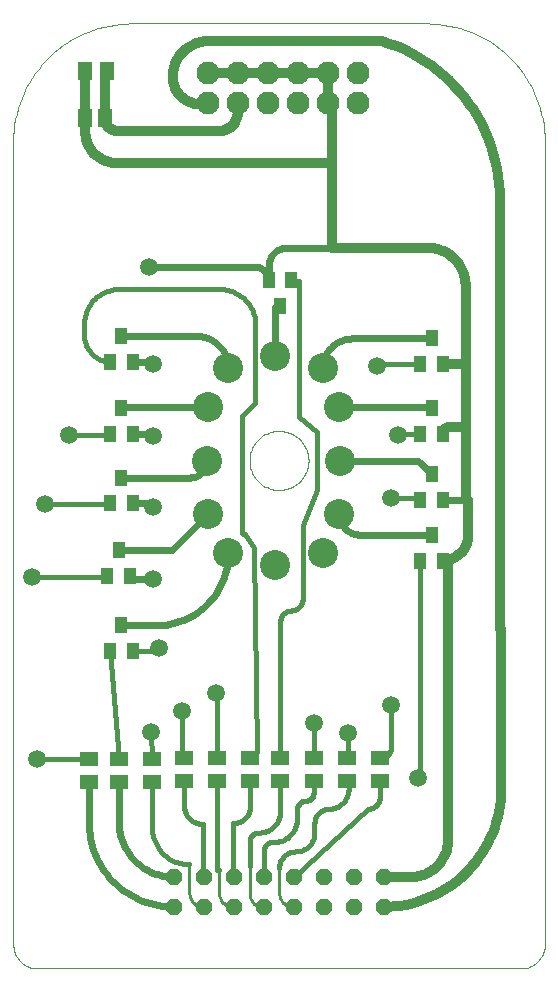
<source format=gtl>
G75*
G70*
%OFA0B0*%
%FSLAX24Y24*%
%IPPOS*%
%LPD*%
%AMOC8*
5,1,8,0,0,1.08239X$1,22.5*
%
%ADD10C,0.0000*%
%ADD11R,0.0630X0.0512*%
%ADD12OC8,0.0560*%
%ADD13R,0.0394X0.0551*%
%ADD14C,0.0768*%
%ADD15C,0.1000*%
%ADD16R,0.0512X0.0630*%
%ADD17R,0.0512X0.0591*%
%ADD18C,0.0240*%
%ADD19C,0.0160*%
%ADD20C,0.0591*%
%ADD21C,0.0100*%
%ADD22C,0.0320*%
D10*
X000100Y000887D02*
X000100Y027659D01*
X000104Y027846D01*
X000118Y028033D01*
X000140Y028219D01*
X000171Y028404D01*
X000211Y028587D01*
X000259Y028768D01*
X000317Y028947D01*
X000382Y029122D01*
X000456Y029294D01*
X000538Y029463D01*
X000627Y029628D01*
X000725Y029788D01*
X000830Y029943D01*
X000942Y030093D01*
X001062Y030237D01*
X001188Y030376D01*
X001320Y030508D01*
X001459Y030634D01*
X001603Y030754D01*
X001753Y030866D01*
X001908Y030971D01*
X002068Y031069D01*
X002233Y031158D01*
X002402Y031240D01*
X002574Y031314D01*
X002749Y031379D01*
X002928Y031437D01*
X003109Y031485D01*
X003292Y031525D01*
X003477Y031556D01*
X003663Y031578D01*
X003850Y031592D01*
X004037Y031596D01*
X013880Y031596D01*
X014067Y031592D01*
X014254Y031578D01*
X014440Y031556D01*
X014625Y031525D01*
X014808Y031485D01*
X014989Y031437D01*
X015168Y031379D01*
X015343Y031314D01*
X015515Y031240D01*
X015684Y031158D01*
X015848Y031069D01*
X016009Y030971D01*
X016164Y030866D01*
X016314Y030754D01*
X016458Y030634D01*
X016597Y030508D01*
X016729Y030376D01*
X016855Y030237D01*
X016975Y030093D01*
X017087Y029943D01*
X017192Y029788D01*
X017290Y029628D01*
X017379Y029463D01*
X017461Y029294D01*
X017535Y029122D01*
X017600Y028947D01*
X017658Y028768D01*
X017706Y028587D01*
X017746Y028404D01*
X017777Y028219D01*
X017799Y028033D01*
X017813Y027846D01*
X017817Y027659D01*
X017817Y000887D01*
X017816Y000887D02*
X017814Y000833D01*
X017809Y000780D01*
X017800Y000727D01*
X017787Y000675D01*
X017771Y000623D01*
X017751Y000573D01*
X017728Y000525D01*
X017701Y000478D01*
X017672Y000433D01*
X017639Y000390D01*
X017604Y000350D01*
X017566Y000312D01*
X017526Y000277D01*
X017483Y000244D01*
X017438Y000215D01*
X017391Y000188D01*
X017343Y000165D01*
X017293Y000145D01*
X017241Y000129D01*
X017189Y000116D01*
X017136Y000107D01*
X017083Y000102D01*
X017029Y000100D01*
X000887Y000100D01*
X000833Y000102D01*
X000780Y000107D01*
X000727Y000116D01*
X000675Y000129D01*
X000623Y000145D01*
X000573Y000165D01*
X000525Y000188D01*
X000478Y000215D01*
X000433Y000244D01*
X000390Y000277D01*
X000350Y000312D01*
X000312Y000350D01*
X000277Y000390D01*
X000244Y000433D01*
X000215Y000478D01*
X000188Y000525D01*
X000165Y000573D01*
X000145Y000623D01*
X000129Y000675D01*
X000116Y000727D01*
X000107Y000780D01*
X000102Y000833D01*
X000100Y000887D01*
X007974Y017029D02*
X007976Y017091D01*
X007982Y017154D01*
X007992Y017215D01*
X008006Y017276D01*
X008023Y017336D01*
X008044Y017395D01*
X008070Y017452D01*
X008098Y017507D01*
X008130Y017561D01*
X008166Y017612D01*
X008204Y017662D01*
X008246Y017708D01*
X008290Y017752D01*
X008338Y017793D01*
X008387Y017831D01*
X008439Y017865D01*
X008493Y017896D01*
X008549Y017924D01*
X008607Y017948D01*
X008666Y017969D01*
X008726Y017985D01*
X008787Y017998D01*
X008849Y018007D01*
X008911Y018012D01*
X008974Y018013D01*
X009036Y018010D01*
X009098Y018003D01*
X009160Y017992D01*
X009220Y017977D01*
X009280Y017959D01*
X009338Y017937D01*
X009395Y017911D01*
X009450Y017881D01*
X009503Y017848D01*
X009554Y017812D01*
X009602Y017773D01*
X009648Y017730D01*
X009691Y017685D01*
X009731Y017637D01*
X009768Y017587D01*
X009802Y017534D01*
X009833Y017480D01*
X009859Y017424D01*
X009883Y017366D01*
X009902Y017306D01*
X009918Y017246D01*
X009930Y017184D01*
X009938Y017123D01*
X009942Y017060D01*
X009942Y016998D01*
X009938Y016935D01*
X009930Y016874D01*
X009918Y016812D01*
X009902Y016752D01*
X009883Y016692D01*
X009859Y016634D01*
X009833Y016578D01*
X009802Y016524D01*
X009768Y016471D01*
X009731Y016421D01*
X009691Y016373D01*
X009648Y016328D01*
X009602Y016285D01*
X009554Y016246D01*
X009503Y016210D01*
X009450Y016177D01*
X009395Y016147D01*
X009338Y016121D01*
X009280Y016099D01*
X009220Y016081D01*
X009160Y016066D01*
X009098Y016055D01*
X009036Y016048D01*
X008974Y016045D01*
X008911Y016046D01*
X008849Y016051D01*
X008787Y016060D01*
X008726Y016073D01*
X008666Y016089D01*
X008607Y016110D01*
X008549Y016134D01*
X008493Y016162D01*
X008439Y016193D01*
X008387Y016227D01*
X008338Y016265D01*
X008290Y016306D01*
X008246Y016350D01*
X008204Y016396D01*
X008166Y016446D01*
X008130Y016497D01*
X008098Y016551D01*
X008070Y016606D01*
X008044Y016663D01*
X008023Y016722D01*
X008006Y016782D01*
X007992Y016843D01*
X007982Y016904D01*
X007976Y016967D01*
X007974Y017029D01*
D11*
X007994Y007108D03*
X007994Y006360D03*
X009002Y006360D03*
X009002Y007108D03*
X010108Y007108D03*
X010108Y006360D03*
X011214Y006360D03*
X011214Y007108D03*
X012320Y007108D03*
X012320Y006360D03*
X006887Y006360D03*
X006887Y007108D03*
X005781Y007108D03*
X005781Y006360D03*
X004722Y006324D03*
X004722Y007072D03*
X003616Y007072D03*
X003616Y006324D03*
X002616Y006324D03*
X002616Y007072D03*
D12*
X005443Y003151D03*
X005443Y002151D03*
X006443Y002151D03*
X006443Y003151D03*
X007443Y003151D03*
X007443Y002151D03*
X008443Y002151D03*
X008443Y003151D03*
X009443Y003151D03*
X009443Y002151D03*
X010443Y002151D03*
X010443Y003151D03*
X011443Y003151D03*
X011443Y002151D03*
X012443Y002151D03*
X012443Y003151D03*
D13*
X013667Y013691D03*
X014041Y014557D03*
X014415Y013691D03*
X014415Y015706D03*
X014041Y016572D03*
X013667Y015706D03*
X013667Y017919D03*
X014041Y018785D03*
X014415Y017919D03*
X014415Y020230D03*
X014041Y021096D03*
X013667Y020230D03*
X009368Y023033D03*
X008994Y022167D03*
X008620Y023033D03*
X004080Y020324D03*
X003706Y021191D03*
X003332Y020324D03*
X003706Y018777D03*
X003332Y017911D03*
X004080Y017911D03*
X003706Y016462D03*
X003332Y015596D03*
X004080Y015596D03*
X003608Y014049D03*
X003982Y013183D03*
X003234Y013183D03*
X003706Y011537D03*
X003332Y010671D03*
X004080Y010671D03*
D14*
X006584Y028939D03*
X006584Y029939D03*
X007584Y029939D03*
X007584Y028939D03*
X008584Y028939D03*
X008584Y029939D03*
X009584Y029939D03*
X009584Y028939D03*
X010584Y028939D03*
X010584Y029939D03*
X011584Y029939D03*
X011584Y028939D03*
D15*
X008833Y020501D03*
X007258Y020107D03*
X006596Y018801D03*
X006546Y017029D03*
X006596Y015257D03*
X007258Y013951D03*
X008833Y013558D03*
X010408Y013951D03*
X010945Y015257D03*
X010995Y017029D03*
X010945Y018801D03*
X010408Y020107D03*
D16*
X003230Y030021D03*
X002482Y030021D03*
D17*
X002482Y028446D03*
X003151Y028446D03*
D18*
X004628Y023486D02*
X008167Y023486D01*
X008209Y023484D01*
X008250Y023478D01*
X008291Y023469D01*
X008331Y023455D01*
X008369Y023439D01*
X008405Y023418D01*
X008440Y023395D01*
X008472Y023368D01*
X008502Y023338D01*
X008529Y023306D01*
X008552Y023271D01*
X008573Y023235D01*
X008589Y023197D01*
X008603Y023157D01*
X008612Y023116D01*
X008618Y023075D01*
X008620Y023033D01*
X008620Y023541D01*
X008619Y023541D02*
X008621Y023586D01*
X008626Y023631D01*
X008635Y023675D01*
X008647Y023719D01*
X008663Y023761D01*
X008682Y023802D01*
X008704Y023841D01*
X008729Y023879D01*
X008757Y023914D01*
X008787Y023948D01*
X008821Y023978D01*
X008856Y024006D01*
X008894Y024031D01*
X008933Y024053D01*
X008974Y024072D01*
X009016Y024088D01*
X009060Y024100D01*
X009104Y024109D01*
X009149Y024114D01*
X009194Y024116D01*
X010730Y024116D01*
X008975Y022148D02*
X008833Y022148D01*
X008833Y020501D01*
X010945Y018801D02*
X014025Y018801D01*
X014031Y018800D01*
X014036Y018796D01*
X014040Y018791D01*
X014041Y018785D01*
X014415Y017919D02*
X014446Y017919D01*
X013584Y017029D02*
X014013Y016600D01*
X013584Y017029D02*
X010995Y017029D01*
X010945Y015257D02*
X010947Y015207D01*
X010952Y015157D01*
X010961Y015108D01*
X010973Y015060D01*
X010989Y015012D01*
X011008Y014966D01*
X011031Y014921D01*
X011056Y014878D01*
X011085Y014837D01*
X011116Y014798D01*
X011150Y014761D01*
X011187Y014727D01*
X011226Y014696D01*
X011267Y014667D01*
X011310Y014642D01*
X011355Y014619D01*
X011401Y014600D01*
X011449Y014584D01*
X011497Y014572D01*
X011546Y014563D01*
X011596Y014558D01*
X011646Y014556D01*
X011646Y014557D02*
X014041Y014557D01*
X014415Y013691D02*
X014417Y013679D01*
X014421Y013668D01*
X014429Y013658D01*
X014439Y013650D01*
X014450Y013646D01*
X014462Y013644D01*
X014462Y013643D02*
X014588Y013643D01*
X014415Y015706D02*
X015257Y015706D01*
X014041Y021096D02*
X011397Y021096D01*
X011335Y021094D01*
X011273Y021088D01*
X011212Y021078D01*
X011151Y021065D01*
X011091Y021048D01*
X011033Y021027D01*
X010976Y021002D01*
X010921Y020974D01*
X010867Y020942D01*
X010816Y020907D01*
X010767Y020869D01*
X010720Y020828D01*
X010676Y020784D01*
X010635Y020737D01*
X010597Y020688D01*
X010562Y020637D01*
X010530Y020583D01*
X010502Y020528D01*
X010477Y020471D01*
X010456Y020413D01*
X010439Y020353D01*
X010426Y020292D01*
X010416Y020231D01*
X010410Y020169D01*
X010408Y020107D01*
X006596Y018801D02*
X003730Y018801D01*
X003723Y018800D01*
X003716Y018796D01*
X003711Y018791D01*
X003707Y018784D01*
X003706Y018777D01*
X004080Y017911D02*
X004691Y017911D01*
X004703Y017910D01*
X004715Y017906D01*
X004725Y017899D01*
X004734Y017890D01*
X004741Y017880D01*
X004745Y017868D01*
X004746Y017856D01*
X003706Y016462D02*
X005979Y016462D01*
X006026Y016464D01*
X006072Y016470D01*
X006118Y016479D01*
X006163Y016493D01*
X006207Y016510D01*
X006249Y016530D01*
X006289Y016554D01*
X006327Y016582D01*
X006363Y016612D01*
X006396Y016645D01*
X006426Y016681D01*
X006454Y016719D01*
X006478Y016759D01*
X006498Y016801D01*
X006515Y016845D01*
X006529Y016890D01*
X006538Y016936D01*
X006544Y016982D01*
X006546Y017029D01*
X006596Y015257D02*
X005387Y014049D01*
X003608Y014049D01*
X003981Y013183D02*
X003983Y013165D01*
X003988Y013148D01*
X003996Y013132D01*
X004008Y013119D01*
X004021Y013107D01*
X004037Y013099D01*
X004054Y013094D01*
X004072Y013092D01*
X004746Y013092D01*
X004844Y011537D02*
X004959Y011540D01*
X005073Y011548D01*
X005188Y011562D01*
X005301Y011581D01*
X005413Y011605D01*
X005524Y011635D01*
X005634Y011670D01*
X005741Y011710D01*
X005847Y011755D01*
X005950Y011805D01*
X006051Y011860D01*
X006149Y011920D01*
X006244Y011985D01*
X006336Y012053D01*
X006425Y012127D01*
X006510Y012204D01*
X006591Y012285D01*
X006668Y012370D01*
X006742Y012459D01*
X006810Y012551D01*
X006875Y012646D01*
X006935Y012744D01*
X006990Y012845D01*
X007040Y012948D01*
X007085Y013054D01*
X007125Y013161D01*
X007160Y013271D01*
X007190Y013382D01*
X007214Y013494D01*
X007233Y013607D01*
X007247Y013722D01*
X007255Y013836D01*
X007258Y013951D01*
X004844Y011537D02*
X003706Y011537D01*
X004745Y015494D02*
X004743Y015512D01*
X004739Y015529D01*
X004731Y015545D01*
X004721Y015560D01*
X004709Y015572D01*
X004694Y015582D01*
X004678Y015590D01*
X004661Y015594D01*
X004643Y015596D01*
X004080Y015596D01*
X004746Y020257D02*
X004744Y020272D01*
X004739Y020286D01*
X004731Y020299D01*
X004721Y020309D01*
X004708Y020317D01*
X004694Y020322D01*
X004679Y020324D01*
X004080Y020324D01*
X003706Y021191D02*
X006175Y021191D01*
X006238Y021189D01*
X006301Y021184D01*
X006363Y021175D01*
X006425Y021162D01*
X006486Y021145D01*
X006546Y021126D01*
X006604Y021102D01*
X006661Y021076D01*
X006717Y021046D01*
X006771Y021013D01*
X006822Y020977D01*
X006872Y020937D01*
X006919Y020895D01*
X006963Y020851D01*
X007005Y020804D01*
X007045Y020754D01*
X007081Y020703D01*
X007114Y020649D01*
X007144Y020593D01*
X007170Y020536D01*
X007194Y020478D01*
X007213Y020418D01*
X007230Y020357D01*
X007243Y020295D01*
X007252Y020233D01*
X007257Y020170D01*
X007259Y020107D01*
X003616Y006324D02*
X003616Y004978D01*
X002616Y004978D02*
X002616Y006324D01*
X002616Y004978D02*
X002619Y004843D01*
X002629Y004709D01*
X002645Y004576D01*
X002667Y004443D01*
X002696Y004312D01*
X002731Y004182D01*
X002771Y004053D01*
X002819Y003927D01*
X002871Y003804D01*
X002930Y003683D01*
X002995Y003565D01*
X003065Y003450D01*
X003140Y003338D01*
X003221Y003230D01*
X003306Y003127D01*
X003397Y003027D01*
X003492Y002932D01*
X003592Y002841D01*
X003695Y002756D01*
X003803Y002675D01*
X003915Y002600D01*
X004029Y002530D01*
X004148Y002465D01*
X004269Y002406D01*
X004392Y002354D01*
X004518Y002306D01*
X004647Y002266D01*
X004777Y002231D01*
X004908Y002202D01*
X005041Y002180D01*
X005174Y002164D01*
X005308Y002154D01*
X005443Y002151D01*
X005443Y003151D02*
X005353Y003153D01*
X005264Y003160D01*
X005175Y003171D01*
X005087Y003186D01*
X004999Y003206D01*
X004913Y003230D01*
X004828Y003258D01*
X004744Y003290D01*
X004662Y003326D01*
X004582Y003367D01*
X004504Y003411D01*
X004428Y003459D01*
X004355Y003511D01*
X004284Y003566D01*
X004216Y003624D01*
X004151Y003686D01*
X004089Y003751D01*
X004031Y003819D01*
X003976Y003890D01*
X003924Y003963D01*
X003876Y004039D01*
X003832Y004117D01*
X003791Y004197D01*
X003755Y004279D01*
X003723Y004363D01*
X003695Y004448D01*
X003671Y004534D01*
X003651Y004622D01*
X003636Y004710D01*
X003625Y004799D01*
X003618Y004888D01*
X003616Y004978D01*
D19*
X004722Y004809D02*
X004722Y006324D01*
X004722Y007072D02*
X004706Y007974D01*
X005730Y008683D02*
X005730Y007159D01*
X005732Y007146D01*
X005737Y007134D01*
X005745Y007123D01*
X005756Y007115D01*
X005768Y007110D01*
X005781Y007108D01*
X005781Y006360D02*
X005781Y005561D01*
X004722Y004809D02*
X004724Y004739D01*
X004730Y004670D01*
X004740Y004601D01*
X004753Y004532D01*
X004771Y004465D01*
X004792Y004398D01*
X004817Y004333D01*
X004845Y004269D01*
X004877Y004207D01*
X004913Y004147D01*
X004951Y004089D01*
X004993Y004033D01*
X005038Y003980D01*
X005086Y003929D01*
X005137Y003881D01*
X005190Y003836D01*
X005246Y003794D01*
X005304Y003756D01*
X005364Y003720D01*
X005426Y003688D01*
X005490Y003660D01*
X005555Y003635D01*
X005622Y003614D01*
X005689Y003596D01*
X005758Y003583D01*
X005827Y003573D01*
X005896Y003567D01*
X005966Y003565D01*
X006439Y003155D02*
X006439Y004903D01*
X006439Y004904D02*
X006390Y004906D01*
X006341Y004911D01*
X006293Y004920D01*
X006245Y004933D01*
X006199Y004949D01*
X006154Y004969D01*
X006110Y004992D01*
X006069Y005018D01*
X006029Y005047D01*
X005992Y005079D01*
X005957Y005114D01*
X005925Y005151D01*
X005896Y005191D01*
X005870Y005233D01*
X005847Y005276D01*
X005827Y005321D01*
X005811Y005367D01*
X005798Y005415D01*
X005789Y005463D01*
X005784Y005512D01*
X005782Y005561D01*
X006887Y006360D02*
X006887Y003431D01*
X006889Y003417D01*
X006893Y003404D01*
X006901Y003392D01*
X006911Y003382D01*
X006923Y003374D01*
X006936Y003370D01*
X006950Y003368D01*
X007423Y003171D02*
X007423Y004943D01*
X007423Y004942D02*
X007468Y004944D01*
X007512Y004949D01*
X007556Y004958D01*
X007599Y004970D01*
X007642Y004985D01*
X007682Y005004D01*
X007721Y005026D01*
X007759Y005051D01*
X007794Y005079D01*
X007827Y005109D01*
X007857Y005142D01*
X007885Y005177D01*
X007910Y005215D01*
X007932Y005254D01*
X007951Y005294D01*
X007966Y005337D01*
X007978Y005380D01*
X007987Y005424D01*
X007992Y005468D01*
X007994Y005513D01*
X007994Y006360D01*
X007994Y007107D02*
X008022Y007109D01*
X008050Y007114D01*
X008077Y007124D01*
X008103Y007136D01*
X008126Y007152D01*
X008147Y007171D01*
X008166Y007192D01*
X008182Y007216D01*
X008194Y007241D01*
X008204Y007268D01*
X008209Y007296D01*
X008211Y007324D01*
X008210Y007324D02*
X008131Y014116D01*
X007817Y014588D01*
X007803Y014585D01*
X007789Y014585D01*
X007776Y014589D01*
X007763Y014595D01*
X007753Y014604D01*
X007744Y014615D01*
X007738Y014627D01*
X007738Y014628D02*
X007738Y018525D01*
X008171Y018958D01*
X008171Y021557D01*
X008975Y022148D02*
X008976Y022155D01*
X008981Y022161D01*
X008987Y022166D01*
X008994Y022167D01*
X009387Y023013D02*
X009368Y023033D01*
X009387Y023013D02*
X009628Y023013D01*
X009628Y018486D01*
X010218Y017974D01*
X010218Y016045D01*
X009746Y014864D01*
X009746Y012423D01*
X009744Y012384D01*
X009738Y012346D01*
X009729Y012309D01*
X009716Y012272D01*
X009699Y012237D01*
X009680Y012204D01*
X009657Y012173D01*
X009631Y012144D01*
X009602Y012118D01*
X009571Y012095D01*
X009538Y012076D01*
X009503Y012059D01*
X009466Y012046D01*
X009429Y012037D01*
X009391Y012031D01*
X009352Y012029D01*
X009315Y012027D01*
X009279Y012021D01*
X009244Y012012D01*
X009210Y011999D01*
X009177Y011982D01*
X009146Y011962D01*
X009118Y011939D01*
X009092Y011913D01*
X009069Y011885D01*
X009049Y011854D01*
X009032Y011821D01*
X009019Y011787D01*
X009010Y011752D01*
X009004Y011716D01*
X009002Y011679D01*
X009002Y007108D01*
X009002Y006360D02*
X009002Y005340D01*
X009549Y005061D02*
X009547Y005008D01*
X009541Y004955D01*
X009532Y004902D01*
X009519Y004850D01*
X009502Y004800D01*
X009481Y004750D01*
X009458Y004703D01*
X009430Y004657D01*
X009400Y004613D01*
X009366Y004571D01*
X009330Y004532D01*
X009291Y004496D01*
X009249Y004462D01*
X009205Y004432D01*
X009159Y004404D01*
X009112Y004381D01*
X009062Y004360D01*
X009012Y004343D01*
X008960Y004330D01*
X008907Y004321D01*
X008854Y004315D01*
X008801Y004313D01*
X008761Y004313D01*
X008728Y004311D01*
X008695Y004306D01*
X008662Y004297D01*
X008631Y004285D01*
X008602Y004270D01*
X008573Y004252D01*
X008548Y004231D01*
X008524Y004207D01*
X008503Y004182D01*
X008485Y004154D01*
X008470Y004124D01*
X008458Y004093D01*
X008449Y004060D01*
X008444Y004027D01*
X008442Y003994D01*
X008443Y003994D02*
X008443Y003151D01*
X007974Y003525D02*
X007974Y004352D01*
X007978Y004385D01*
X007985Y004417D01*
X007997Y004448D01*
X008011Y004478D01*
X008029Y004506D01*
X008050Y004532D01*
X008074Y004555D01*
X008100Y004575D01*
X008129Y004593D01*
X008159Y004607D01*
X008190Y004617D01*
X008222Y004624D01*
X008255Y004628D01*
X008289Y004627D01*
X008340Y004629D01*
X008390Y004634D01*
X008441Y004643D01*
X008490Y004656D01*
X008538Y004672D01*
X008585Y004691D01*
X008631Y004714D01*
X008674Y004740D01*
X008716Y004769D01*
X008756Y004801D01*
X008793Y004836D01*
X008828Y004873D01*
X008860Y004913D01*
X008889Y004955D01*
X008915Y004998D01*
X008938Y005044D01*
X008957Y005091D01*
X008973Y005139D01*
X008986Y005188D01*
X008995Y005239D01*
X009000Y005289D01*
X009002Y005340D01*
X009549Y005376D02*
X009549Y005061D01*
X010139Y004628D02*
X010137Y004579D01*
X010131Y004529D01*
X010122Y004481D01*
X010108Y004433D01*
X010091Y004387D01*
X010070Y004342D01*
X010046Y004299D01*
X010019Y004258D01*
X009988Y004219D01*
X009954Y004183D01*
X009918Y004149D01*
X009879Y004118D01*
X009838Y004091D01*
X009795Y004067D01*
X009750Y004046D01*
X009704Y004029D01*
X009656Y004015D01*
X009608Y004006D01*
X009558Y004000D01*
X009509Y003998D01*
X009509Y003997D02*
X009463Y003995D01*
X009418Y003989D01*
X009374Y003980D01*
X009330Y003967D01*
X009288Y003951D01*
X009247Y003931D01*
X009208Y003907D01*
X009171Y003881D01*
X009136Y003851D01*
X009104Y003819D01*
X009074Y003784D01*
X009048Y003747D01*
X009024Y003708D01*
X009004Y003667D01*
X008988Y003625D01*
X008975Y003581D01*
X008966Y003537D01*
X008960Y003492D01*
X008958Y003446D01*
X009443Y003151D02*
X011911Y005415D01*
X011949Y005417D01*
X011986Y005422D01*
X012023Y005431D01*
X012059Y005443D01*
X012093Y005458D01*
X012126Y005476D01*
X012157Y005498D01*
X012187Y005522D01*
X012213Y005548D01*
X012237Y005578D01*
X012259Y005609D01*
X012277Y005642D01*
X012292Y005676D01*
X012304Y005712D01*
X012313Y005749D01*
X012318Y005786D01*
X012320Y005824D01*
X012320Y006360D01*
X012320Y007108D02*
X012357Y007110D01*
X012394Y007115D01*
X012430Y007124D01*
X012465Y007137D01*
X012498Y007153D01*
X012530Y007172D01*
X012560Y007194D01*
X012587Y007219D01*
X012612Y007246D01*
X012634Y007276D01*
X012653Y007308D01*
X012669Y007341D01*
X012682Y007376D01*
X012691Y007412D01*
X012696Y007449D01*
X012698Y007486D01*
X012698Y008880D01*
X013667Y006502D02*
X013665Y006488D01*
X013661Y006475D01*
X013653Y006463D01*
X013643Y006453D01*
X013631Y006445D01*
X013618Y006441D01*
X013604Y006439D01*
X013667Y006502D02*
X013667Y013691D01*
X013667Y015706D02*
X013665Y015720D01*
X013661Y015733D01*
X013653Y015745D01*
X013643Y015755D01*
X013631Y015763D01*
X013618Y015767D01*
X013604Y015769D01*
X012698Y015769D01*
X012934Y017895D02*
X012935Y017902D01*
X012939Y017909D01*
X012944Y017914D01*
X012951Y017918D01*
X012958Y017919D01*
X013667Y017919D01*
X014013Y016600D02*
X014022Y016599D01*
X014029Y016595D01*
X014036Y016588D01*
X014040Y016581D01*
X014041Y016572D01*
X013667Y020230D02*
X012277Y020230D01*
X012264Y020228D01*
X012252Y020223D01*
X012241Y020215D01*
X012233Y020205D01*
X012228Y020192D01*
X012226Y020179D01*
X008171Y021557D02*
X008169Y021623D01*
X008164Y021689D01*
X008154Y021755D01*
X008141Y021820D01*
X008125Y021884D01*
X008105Y021947D01*
X008081Y022009D01*
X008054Y022069D01*
X008024Y022128D01*
X007990Y022185D01*
X007953Y022240D01*
X007913Y022293D01*
X007871Y022344D01*
X007825Y022392D01*
X007777Y022438D01*
X007726Y022480D01*
X007673Y022520D01*
X007618Y022557D01*
X007561Y022591D01*
X007502Y022621D01*
X007442Y022648D01*
X007380Y022672D01*
X007317Y022692D01*
X007253Y022708D01*
X007188Y022721D01*
X007122Y022731D01*
X007056Y022736D01*
X006990Y022738D01*
X003604Y022738D01*
X003538Y022736D01*
X003471Y022730D01*
X003406Y022721D01*
X003341Y022707D01*
X003276Y022690D01*
X003213Y022669D01*
X003152Y022645D01*
X003091Y022617D01*
X003033Y022585D01*
X002976Y022550D01*
X002922Y022512D01*
X002870Y022471D01*
X002820Y022427D01*
X002773Y022380D01*
X002729Y022330D01*
X002688Y022278D01*
X002650Y022224D01*
X002615Y022167D01*
X002583Y022109D01*
X002555Y022048D01*
X002531Y021987D01*
X002510Y021924D01*
X002493Y021859D01*
X002479Y021794D01*
X002470Y021729D01*
X002464Y021662D01*
X002462Y021596D01*
X002462Y021194D01*
X002464Y021137D01*
X002469Y021080D01*
X002479Y021024D01*
X002492Y020969D01*
X002508Y020914D01*
X002528Y020861D01*
X002552Y020809D01*
X002579Y020759D01*
X002609Y020711D01*
X002642Y020664D01*
X002678Y020620D01*
X002717Y020579D01*
X002758Y020540D01*
X002802Y020504D01*
X002849Y020471D01*
X002897Y020441D01*
X002947Y020414D01*
X002999Y020390D01*
X003052Y020370D01*
X003107Y020354D01*
X003162Y020341D01*
X003218Y020331D01*
X003275Y020326D01*
X003332Y020324D01*
X003333Y017911D02*
X003332Y017905D01*
X003328Y017900D01*
X003323Y017896D01*
X003317Y017895D01*
X001950Y017895D01*
X001163Y015572D02*
X003309Y015572D01*
X003316Y015573D01*
X003323Y015577D01*
X003328Y015582D01*
X003332Y015589D01*
X003333Y015596D01*
X003234Y013183D02*
X003232Y013170D01*
X003227Y013158D01*
X003219Y013147D01*
X003209Y013139D01*
X003196Y013134D01*
X003183Y013132D01*
X003183Y013131D02*
X000730Y013131D01*
X003332Y010671D02*
X003616Y007072D01*
X002616Y007072D02*
X002612Y007069D01*
X000887Y007069D01*
X004080Y010671D02*
X004844Y010671D01*
X004861Y010672D01*
X004878Y010677D01*
X004893Y010684D01*
X004907Y010694D01*
X004919Y010706D01*
X004929Y010720D01*
X004936Y010735D01*
X004941Y010752D01*
X004942Y010769D01*
X006872Y009273D02*
X006878Y009272D01*
X006883Y009268D01*
X006887Y009263D01*
X006888Y009257D01*
X006887Y009257D02*
X006887Y007108D01*
X007423Y003171D02*
X007425Y003163D01*
X007429Y003157D01*
X007435Y003153D01*
X007443Y003151D01*
X006443Y003151D02*
X006441Y003152D01*
X006440Y003153D01*
X006439Y003155D01*
X009549Y005376D02*
X009551Y005409D01*
X009556Y005441D01*
X009564Y005473D01*
X009576Y005504D01*
X009591Y005534D01*
X009609Y005561D01*
X009630Y005587D01*
X009653Y005610D01*
X009679Y005631D01*
X009707Y005649D01*
X009736Y005664D01*
X009767Y005676D01*
X009799Y005684D01*
X009831Y005689D01*
X009864Y005691D01*
X009893Y005693D01*
X009922Y005698D01*
X009951Y005707D01*
X009977Y005719D01*
X010003Y005734D01*
X010026Y005752D01*
X010047Y005773D01*
X010065Y005796D01*
X010080Y005822D01*
X010092Y005848D01*
X010101Y005877D01*
X010106Y005906D01*
X010108Y005935D01*
X010108Y006360D01*
X010108Y007108D02*
X010118Y007110D01*
X010126Y007114D01*
X010133Y007121D01*
X010137Y007129D01*
X010139Y007139D01*
X010139Y008289D01*
X011242Y007935D02*
X011242Y007135D01*
X011241Y007126D01*
X011237Y007119D01*
X011230Y007112D01*
X011223Y007108D01*
X011214Y007107D01*
X011214Y006359D02*
X011234Y006312D01*
X011250Y006263D01*
X011262Y006214D01*
X011271Y006163D01*
X011275Y006112D01*
X011276Y006061D01*
X011272Y006010D01*
X011265Y005959D01*
X011254Y005909D01*
X011239Y005860D01*
X011220Y005812D01*
X011198Y005766D01*
X011172Y005722D01*
X011143Y005680D01*
X011110Y005640D01*
X011075Y005603D01*
X011037Y005569D01*
X010996Y005538D01*
X010954Y005510D01*
X010909Y005485D01*
X010862Y005464D01*
X010814Y005446D01*
X010764Y005433D01*
X010714Y005423D01*
X010663Y005417D01*
X010612Y005415D01*
X010571Y005413D01*
X010530Y005408D01*
X010490Y005399D01*
X010451Y005387D01*
X010413Y005371D01*
X010376Y005352D01*
X010341Y005330D01*
X010309Y005305D01*
X010278Y005277D01*
X010250Y005246D01*
X010225Y005214D01*
X010203Y005179D01*
X010184Y005142D01*
X010168Y005104D01*
X010156Y005065D01*
X010147Y005025D01*
X010142Y004984D01*
X010140Y004943D01*
X010139Y004943D02*
X010139Y004628D01*
D20*
X011242Y007935D03*
X010139Y008289D03*
X012698Y008880D03*
X013604Y006439D03*
X012698Y015769D03*
X012935Y017895D03*
X012226Y020179D03*
X006872Y009273D03*
X005730Y008683D03*
X004706Y007974D03*
X004943Y010769D03*
X004746Y013092D03*
X004746Y015494D03*
X004746Y017856D03*
X004746Y020257D03*
X004628Y023486D03*
X001950Y017895D03*
X001163Y015572D03*
X000730Y013131D03*
X000887Y007069D03*
D21*
X005966Y003565D02*
X005966Y002628D01*
X005967Y002628D02*
X005969Y002587D01*
X005974Y002545D01*
X005983Y002505D01*
X005996Y002465D01*
X006012Y002427D01*
X006031Y002390D01*
X006053Y002355D01*
X006078Y002322D01*
X006106Y002291D01*
X006137Y002263D01*
X006170Y002238D01*
X006205Y002216D01*
X006242Y002197D01*
X006280Y002181D01*
X006320Y002168D01*
X006360Y002159D01*
X006402Y002154D01*
X006443Y002152D01*
X006950Y002643D02*
X006950Y003368D01*
X006951Y002643D02*
X006953Y002600D01*
X006958Y002558D01*
X006968Y002516D01*
X006981Y002475D01*
X006997Y002435D01*
X007017Y002397D01*
X007040Y002361D01*
X007066Y002327D01*
X007095Y002295D01*
X007127Y002266D01*
X007161Y002240D01*
X007197Y002217D01*
X007235Y002197D01*
X007275Y002181D01*
X007316Y002168D01*
X007358Y002158D01*
X007400Y002153D01*
X007443Y002151D01*
X007974Y002580D02*
X007974Y003525D01*
X007974Y002580D02*
X007978Y002539D01*
X007986Y002498D01*
X007997Y002458D01*
X008012Y002420D01*
X008030Y002382D01*
X008052Y002347D01*
X008077Y002314D01*
X008105Y002283D01*
X008135Y002255D01*
X008168Y002230D01*
X008204Y002208D01*
X008241Y002190D01*
X008279Y002175D01*
X008319Y002163D01*
X008360Y002155D01*
X008401Y002152D01*
X008443Y002151D01*
X008958Y002635D02*
X008958Y003446D01*
X008959Y002635D02*
X008961Y002593D01*
X008966Y002551D01*
X008975Y002510D01*
X008988Y002469D01*
X009004Y002430D01*
X009024Y002393D01*
X009047Y002357D01*
X009072Y002324D01*
X009101Y002293D01*
X009132Y002264D01*
X009165Y002239D01*
X009201Y002216D01*
X009238Y002196D01*
X009277Y002180D01*
X009318Y002167D01*
X009359Y002158D01*
X009401Y002153D01*
X009443Y002151D01*
D22*
X012443Y003151D02*
X013387Y003151D01*
X013454Y003153D01*
X013521Y003159D01*
X013588Y003168D01*
X013654Y003181D01*
X013719Y003198D01*
X013784Y003218D01*
X013847Y003242D01*
X013908Y003270D01*
X013968Y003301D01*
X014026Y003335D01*
X014082Y003373D01*
X014136Y003413D01*
X014187Y003456D01*
X014236Y003503D01*
X014283Y003552D01*
X014326Y003603D01*
X014366Y003657D01*
X014404Y003713D01*
X014438Y003771D01*
X014469Y003831D01*
X014497Y003892D01*
X014521Y003955D01*
X014541Y004020D01*
X014558Y004085D01*
X014571Y004151D01*
X014580Y004218D01*
X014586Y004285D01*
X014588Y004352D01*
X014588Y013517D01*
X014586Y013537D01*
X014582Y013556D01*
X014574Y013574D01*
X014564Y013591D01*
X014551Y013606D01*
X014536Y013619D01*
X014519Y013629D01*
X014501Y013637D01*
X014482Y013641D01*
X014462Y013643D01*
X014415Y013690D02*
X014470Y013692D01*
X014525Y013697D01*
X014579Y013706D01*
X014633Y013719D01*
X014686Y013735D01*
X014738Y013754D01*
X014788Y013777D01*
X014837Y013803D01*
X014883Y013832D01*
X014928Y013864D01*
X014971Y013899D01*
X015011Y013937D01*
X015049Y013977D01*
X015084Y014020D01*
X015116Y014065D01*
X015145Y014112D01*
X015171Y014160D01*
X015194Y014210D01*
X015213Y014262D01*
X015229Y014315D01*
X015242Y014369D01*
X015251Y014423D01*
X015256Y014478D01*
X015258Y014533D01*
X015257Y014533D02*
X015257Y015706D01*
X015242Y015708D01*
X015227Y015712D01*
X015213Y015719D01*
X015201Y015729D01*
X015191Y015741D01*
X015184Y015755D01*
X015180Y015770D01*
X015178Y015785D01*
X015179Y015785D02*
X015179Y018131D01*
X014628Y018131D01*
X014628Y018132D02*
X014600Y018130D01*
X014573Y018125D01*
X014546Y018116D01*
X014522Y018103D01*
X014498Y018088D01*
X014477Y018070D01*
X014459Y018049D01*
X014444Y018026D01*
X014431Y018001D01*
X014422Y017974D01*
X014417Y017947D01*
X014415Y017919D01*
X015179Y018131D02*
X015179Y020257D01*
X014443Y020257D01*
X014443Y020258D02*
X014434Y020257D01*
X014427Y020253D01*
X014420Y020246D01*
X014416Y020239D01*
X014415Y020230D01*
X015179Y020257D02*
X015179Y022856D01*
X015177Y022924D01*
X015172Y022992D01*
X015162Y023060D01*
X015150Y023127D01*
X015133Y023193D01*
X015113Y023258D01*
X015090Y023322D01*
X015063Y023385D01*
X015032Y023446D01*
X014999Y023506D01*
X014962Y023563D01*
X014922Y023619D01*
X014879Y023672D01*
X014834Y023723D01*
X014786Y023771D01*
X014735Y023816D01*
X014682Y023859D01*
X014626Y023899D01*
X014569Y023936D01*
X014509Y023969D01*
X014448Y024000D01*
X014385Y024027D01*
X014321Y024050D01*
X014256Y024070D01*
X014190Y024087D01*
X014123Y024099D01*
X014055Y024109D01*
X013987Y024114D01*
X013919Y024116D01*
X010730Y024116D01*
X010730Y026950D01*
X003525Y026950D01*
X003463Y026952D01*
X003402Y026957D01*
X003340Y026967D01*
X003280Y026980D01*
X003220Y026996D01*
X003162Y027017D01*
X003105Y027040D01*
X003049Y027067D01*
X002995Y027098D01*
X002943Y027131D01*
X002893Y027168D01*
X002846Y027208D01*
X002801Y027250D01*
X002759Y027295D01*
X002719Y027342D01*
X002682Y027392D01*
X002649Y027444D01*
X002618Y027498D01*
X002591Y027554D01*
X002568Y027611D01*
X002547Y027669D01*
X002531Y027729D01*
X002518Y027789D01*
X002508Y027851D01*
X002503Y027912D01*
X002501Y027974D01*
X002502Y027974D02*
X002502Y030002D01*
X002500Y030010D01*
X002496Y030016D01*
X002490Y030020D01*
X002482Y030022D01*
X002482Y030021D02*
X002482Y028446D01*
X003151Y028446D02*
X003151Y029943D01*
X003153Y029958D01*
X003157Y029973D01*
X003164Y029987D01*
X003174Y029999D01*
X003186Y030009D01*
X003200Y030016D01*
X003215Y030020D01*
X003230Y030022D01*
X003151Y028446D02*
X003153Y028406D01*
X003158Y028366D01*
X003168Y028328D01*
X003180Y028290D01*
X003196Y028253D01*
X003216Y028218D01*
X003238Y028185D01*
X003264Y028154D01*
X003292Y028126D01*
X003323Y028100D01*
X003356Y028078D01*
X003391Y028058D01*
X003428Y028042D01*
X003466Y028030D01*
X003504Y028020D01*
X003544Y028015D01*
X003584Y028013D01*
X006950Y028013D01*
X006997Y028015D01*
X007044Y028020D01*
X007091Y028029D01*
X007137Y028041D01*
X007182Y028057D01*
X007225Y028076D01*
X007267Y028098D01*
X007307Y028123D01*
X007345Y028151D01*
X007381Y028182D01*
X007415Y028216D01*
X007446Y028252D01*
X007474Y028290D01*
X007499Y028330D01*
X007521Y028372D01*
X007540Y028415D01*
X007556Y028460D01*
X007568Y028506D01*
X007577Y028553D01*
X007582Y028600D01*
X007584Y028647D01*
X007584Y028939D01*
X007584Y029939D02*
X008584Y029939D01*
X009584Y029939D01*
X010584Y029939D01*
X010584Y028939D01*
X010607Y028937D01*
X010629Y028932D01*
X010650Y028923D01*
X010670Y028911D01*
X010687Y028896D01*
X010702Y028879D01*
X010714Y028859D01*
X010723Y028838D01*
X010728Y028816D01*
X010730Y028793D01*
X010730Y026950D01*
X012383Y031005D02*
X012632Y030925D01*
X012876Y030833D01*
X013116Y030730D01*
X013351Y030615D01*
X013580Y030489D01*
X013803Y030353D01*
X014019Y030206D01*
X014228Y030049D01*
X014429Y029882D01*
X014622Y029706D01*
X014806Y029520D01*
X014982Y029327D01*
X015148Y029125D01*
X015304Y028916D01*
X015450Y028699D01*
X015586Y028476D01*
X015711Y028246D01*
X015825Y028011D01*
X015928Y027771D01*
X016019Y027526D01*
X016098Y027277D01*
X016166Y027024D01*
X016221Y026769D01*
X016264Y026511D01*
X016295Y026252D01*
X016314Y025991D01*
X016320Y025730D01*
X016320Y011439D01*
X016321Y011439D02*
X016322Y011429D01*
X016326Y011420D01*
X016332Y011411D01*
X016341Y011405D01*
X016350Y011401D01*
X016360Y011400D01*
X016360Y011399D02*
X016360Y006069D01*
X016356Y005883D01*
X016342Y005697D01*
X016320Y005512D01*
X016289Y005328D01*
X016250Y005146D01*
X016201Y004965D01*
X016145Y004788D01*
X016079Y004613D01*
X016006Y004442D01*
X015925Y004274D01*
X015835Y004111D01*
X015738Y003951D01*
X015634Y003797D01*
X015522Y003648D01*
X015403Y003504D01*
X015278Y003366D01*
X015146Y003234D01*
X015008Y003109D01*
X014864Y002990D01*
X014715Y002878D01*
X014561Y002774D01*
X014402Y002677D01*
X014238Y002587D01*
X014070Y002506D01*
X013899Y002433D01*
X013724Y002367D01*
X013547Y002311D01*
X013366Y002262D01*
X013184Y002223D01*
X013000Y002192D01*
X012815Y002170D01*
X012629Y002156D01*
X012443Y002152D01*
X007584Y029939D02*
X006584Y029939D01*
X006596Y031005D02*
X006530Y031003D01*
X006464Y030998D01*
X006398Y030988D01*
X006333Y030975D01*
X006269Y030959D01*
X006206Y030939D01*
X006144Y030915D01*
X006084Y030888D01*
X006025Y030858D01*
X005968Y030824D01*
X005913Y030787D01*
X005860Y030747D01*
X005809Y030705D01*
X005761Y030659D01*
X005715Y030611D01*
X005673Y030560D01*
X005633Y030507D01*
X005596Y030452D01*
X005562Y030395D01*
X005532Y030336D01*
X005505Y030276D01*
X005481Y030214D01*
X005461Y030151D01*
X005445Y030087D01*
X005432Y030022D01*
X005422Y029956D01*
X005417Y029890D01*
X005415Y029824D01*
X005417Y029766D01*
X005422Y029707D01*
X005432Y029649D01*
X005445Y029592D01*
X005461Y029536D01*
X005481Y029481D01*
X005505Y029428D01*
X005532Y029376D01*
X005562Y029326D01*
X005595Y029277D01*
X005631Y029231D01*
X005670Y029188D01*
X005712Y029147D01*
X005756Y029109D01*
X005803Y029073D01*
X005852Y029041D01*
X005903Y029012D01*
X005955Y028986D01*
X006009Y028964D01*
X006065Y028945D01*
X006121Y028929D01*
X006178Y028917D01*
X006236Y028909D01*
X006295Y028905D01*
X006353Y028904D01*
X006412Y028907D01*
X006470Y028914D01*
X006527Y028924D01*
X006584Y028938D01*
X006596Y031006D02*
X012383Y031006D01*
M02*

</source>
